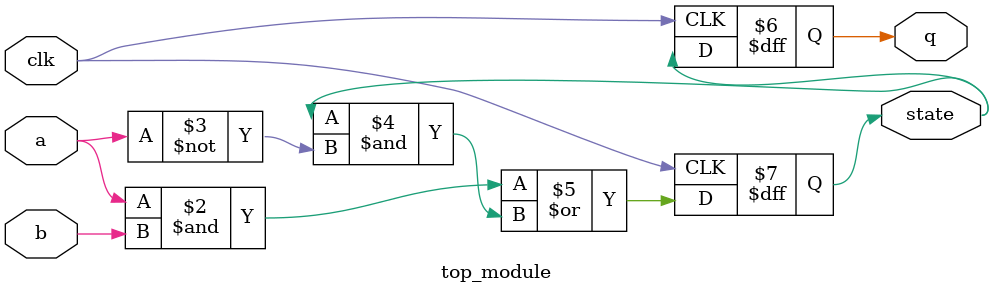
<source format=sv>
module top_module (
    input clk,
    input a,
    input b,
    output reg q,
    output reg state
);

always @(posedge clk) begin
    state <= ((a & b) | (state & ~a));
    q <= state;
end

endmodule

</source>
